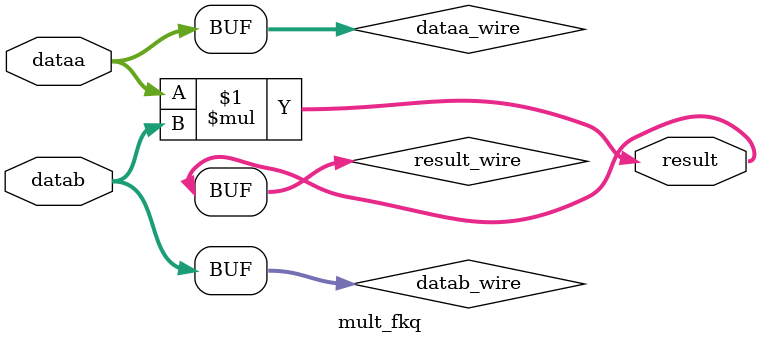
<source format=v>






//synthesis_resources = 
//synopsys translate_off
`timescale 1 ps / 1 ps
//synopsys translate_on
module  mult_fkq
	( 
	dataa,
	datab,
	result) /* synthesis synthesis_clearbox=1 */;
	input   [14:0]  dataa;
	input   [14:0]  datab;
	output   [29:0]  result;

	wire signed	[14:0]    dataa_wire;
	wire signed	[14:0]    datab_wire;
	wire signed	[29:0]    result_wire;



	assign dataa_wire = dataa;
	assign datab_wire = datab;
	assign result_wire = dataa_wire * datab_wire;
	assign result = ({result_wire[29:0]});

endmodule //mult_fkq
//VALID FILE

</source>
